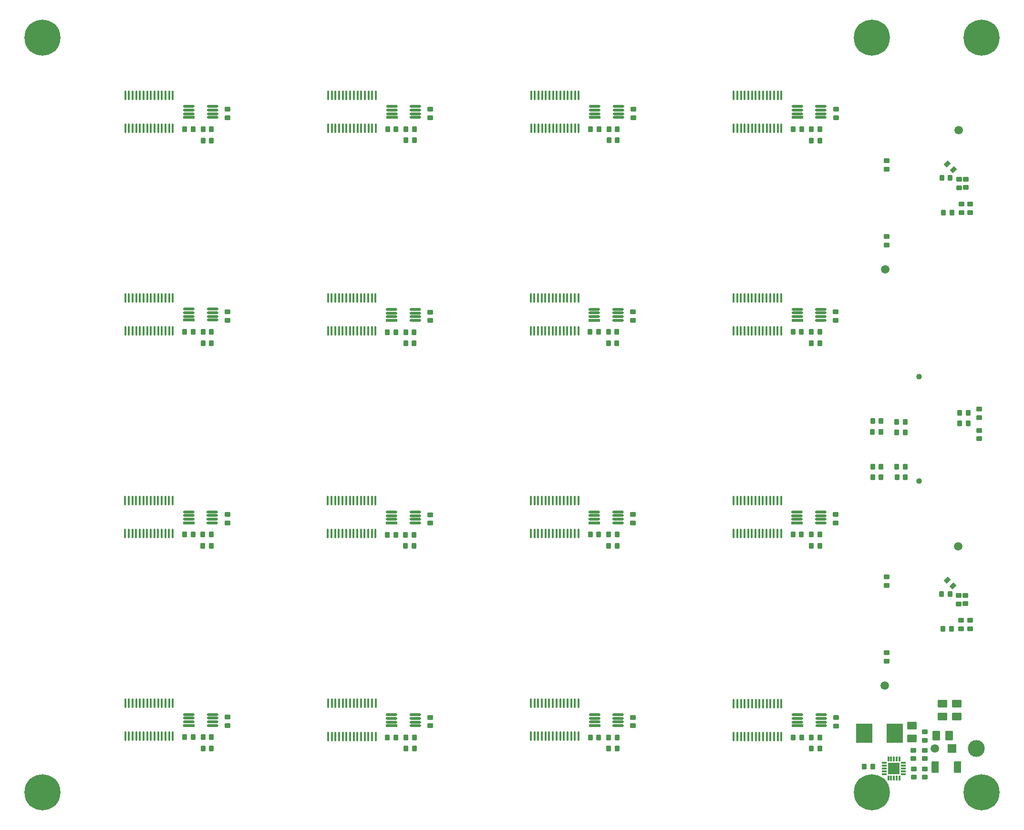
<source format=gbr>
G04*
G04 #@! TF.GenerationSoftware,Altium Limited,Altium Designer,25.0.2 (28)*
G04*
G04 Layer_Color=255*
%FSLAX25Y25*%
%MOIN*%
G70*
G04*
G04 #@! TF.SameCoordinates,7C83500D-BFB9-469C-A41D-0C693C3E1856*
G04*
G04*
G04 #@! TF.FilePolarity,Positive*
G04*
G01*
G75*
%ADD20R,0.11614X0.13780*%
G04:AMPARAMS|DCode=24|XSize=31.5mil|YSize=39.37mil|CornerRadius=3.94mil|HoleSize=0mil|Usage=FLASHONLY|Rotation=90.000|XOffset=0mil|YOffset=0mil|HoleType=Round|Shape=RoundedRectangle|*
%AMROUNDEDRECTD24*
21,1,0.03150,0.03150,0,0,90.0*
21,1,0.02362,0.03937,0,0,90.0*
1,1,0.00787,0.01575,0.01181*
1,1,0.00787,0.01575,-0.01181*
1,1,0.00787,-0.01575,-0.01181*
1,1,0.00787,-0.01575,0.01181*
%
%ADD24ROUNDEDRECTD24*%
G04:AMPARAMS|DCode=27|XSize=31.5mil|YSize=39.37mil|CornerRadius=3.94mil|HoleSize=0mil|Usage=FLASHONLY|Rotation=0.000|XOffset=0mil|YOffset=0mil|HoleType=Round|Shape=RoundedRectangle|*
%AMROUNDEDRECTD27*
21,1,0.03150,0.03150,0,0,0.0*
21,1,0.02362,0.03937,0,0,0.0*
1,1,0.00787,0.01181,-0.01575*
1,1,0.00787,-0.01181,-0.01575*
1,1,0.00787,-0.01181,0.01575*
1,1,0.00787,0.01181,0.01575*
%
%ADD27ROUNDEDRECTD27*%
G04:AMPARAMS|DCode=29|XSize=55.12mil|YSize=66.93mil|CornerRadius=6.89mil|HoleSize=0mil|Usage=FLASHONLY|Rotation=270.000|XOffset=0mil|YOffset=0mil|HoleType=Round|Shape=RoundedRectangle|*
%AMROUNDEDRECTD29*
21,1,0.05512,0.05315,0,0,270.0*
21,1,0.04134,0.06693,0,0,270.0*
1,1,0.01378,-0.02657,-0.02067*
1,1,0.01378,-0.02657,0.02067*
1,1,0.01378,0.02657,0.02067*
1,1,0.01378,0.02657,-0.02067*
%
%ADD29ROUNDEDRECTD29*%
G04:AMPARAMS|DCode=34|XSize=31.5mil|YSize=39.37mil|CornerRadius=3.94mil|HoleSize=0mil|Usage=FLASHONLY|Rotation=135.000|XOffset=0mil|YOffset=0mil|HoleType=Round|Shape=RoundedRectangle|*
%AMROUNDEDRECTD34*
21,1,0.03150,0.03150,0,0,135.0*
21,1,0.02362,0.03937,0,0,135.0*
1,1,0.00787,0.00278,0.01949*
1,1,0.00787,0.01949,0.00278*
1,1,0.00787,-0.00278,-0.01949*
1,1,0.00787,-0.01949,-0.00278*
%
%ADD34ROUNDEDRECTD34*%
%ADD68C,0.04016*%
%ADD69C,0.05906*%
%ADD70R,0.05984X0.05984*%
%ADD71C,0.05984*%
%ADD72C,0.11811*%
%ADD73C,0.25197*%
%ADD84R,0.03543X0.01181*%
%ADD85R,0.01181X0.03543*%
%ADD86R,0.08465X0.08465*%
G04:AMPARAMS|DCode=87|XSize=50mil|YSize=82.68mil|CornerRadius=6.25mil|HoleSize=0mil|Usage=FLASHONLY|Rotation=180.000|XOffset=0mil|YOffset=0mil|HoleType=Round|Shape=RoundedRectangle|*
%AMROUNDEDRECTD87*
21,1,0.05000,0.07018,0,0,180.0*
21,1,0.03750,0.08268,0,0,180.0*
1,1,0.01250,-0.01875,0.03509*
1,1,0.01250,0.01875,0.03509*
1,1,0.01250,0.01875,-0.03509*
1,1,0.01250,-0.01875,-0.03509*
%
%ADD87ROUNDEDRECTD87*%
G04:AMPARAMS|DCode=88|XSize=80.87mil|YSize=19.68mil|CornerRadius=9.84mil|HoleSize=0mil|Usage=FLASHONLY|Rotation=0.000|XOffset=0mil|YOffset=0mil|HoleType=Round|Shape=RoundedRectangle|*
%AMROUNDEDRECTD88*
21,1,0.08087,0.00000,0,0,0.0*
21,1,0.06119,0.01968,0,0,0.0*
1,1,0.01968,0.03059,0.00000*
1,1,0.01968,-0.03059,0.00000*
1,1,0.01968,-0.03059,0.00000*
1,1,0.01968,0.03059,0.00000*
%
%ADD88ROUNDEDRECTD88*%
%ADD89R,0.08087X0.01968*%
%ADD90O,0.01378X0.07284*%
G04:AMPARAMS|DCode=91|XSize=55.12mil|YSize=66.93mil|CornerRadius=6.89mil|HoleSize=0mil|Usage=FLASHONLY|Rotation=180.000|XOffset=0mil|YOffset=0mil|HoleType=Round|Shape=RoundedRectangle|*
%AMROUNDEDRECTD91*
21,1,0.05512,0.05315,0,0,180.0*
21,1,0.04134,0.06693,0,0,180.0*
1,1,0.01378,-0.02067,0.02657*
1,1,0.01378,0.02067,0.02657*
1,1,0.01378,0.02067,-0.02657*
1,1,0.01378,-0.02067,-0.02657*
%
%ADD91ROUNDEDRECTD91*%
D20*
X614751Y122918D02*
D03*
X636208Y122918D02*
D03*
D24*
X695081Y334692D02*
D03*
Y328787D02*
D03*
X695179Y343550D02*
D03*
Y349456D02*
D03*
X657151Y98099D02*
D03*
Y92193D02*
D03*
X649277Y98099D02*
D03*
Y92193D02*
D03*
X649168Y105177D02*
D03*
Y111083D02*
D03*
X656975Y117996D02*
D03*
Y123902D02*
D03*
X657103Y111083D02*
D03*
X657103Y105177D02*
D03*
X594977Y128085D02*
D03*
Y133991D02*
D03*
X453192Y128146D02*
D03*
Y134051D02*
D03*
X311463Y128113D02*
D03*
Y134019D02*
D03*
X169705Y128233D02*
D03*
Y134138D02*
D03*
X594827Y269884D02*
D03*
Y275789D02*
D03*
X453170Y269908D02*
D03*
Y275813D02*
D03*
X311315Y269792D02*
D03*
Y275697D02*
D03*
X169579Y269961D02*
D03*
Y275867D02*
D03*
X594849Y411618D02*
D03*
Y417524D02*
D03*
X453067Y411600D02*
D03*
Y417505D02*
D03*
X311352Y411477D02*
D03*
Y417382D02*
D03*
X169709Y411693D02*
D03*
Y417599D02*
D03*
X594972Y553347D02*
D03*
Y559252D02*
D03*
X453337Y553423D02*
D03*
Y559329D02*
D03*
X311530Y553416D02*
D03*
Y559321D02*
D03*
X682701Y492889D02*
D03*
Y486983D02*
D03*
X685752Y504503D02*
D03*
Y510408D02*
D03*
X680930Y504306D02*
D03*
Y510211D02*
D03*
X630536Y523302D02*
D03*
Y517396D02*
D03*
Y470152D02*
D03*
Y464247D02*
D03*
X688803Y492889D02*
D03*
Y486983D02*
D03*
X688582Y201870D02*
D03*
Y195965D02*
D03*
X682480Y201870D02*
D03*
Y195965D02*
D03*
X680709Y213287D02*
D03*
Y219193D02*
D03*
X685532Y213484D02*
D03*
Y219390D02*
D03*
X630315Y179134D02*
D03*
Y173228D02*
D03*
Y232283D02*
D03*
Y226378D02*
D03*
X169685Y553346D02*
D03*
Y559252D02*
D03*
D27*
X681359Y346913D02*
D03*
X687265D02*
D03*
X687274Y339709D02*
D03*
X681368D02*
D03*
X637459Y309270D02*
D03*
X643365D02*
D03*
X626378Y333645D02*
D03*
X620473D02*
D03*
X626477Y341127D02*
D03*
X620572D02*
D03*
X626521Y301943D02*
D03*
X620616Y301943D02*
D03*
X637503Y340501D02*
D03*
X643408Y340501D02*
D03*
X637558Y301890D02*
D03*
X643463D02*
D03*
X626522Y309327D02*
D03*
X620616D02*
D03*
X637404Y333117D02*
D03*
X643309D02*
D03*
X614681Y99625D02*
D03*
X620586Y99625D02*
D03*
X565055Y120015D02*
D03*
X570961D02*
D03*
X577851Y112141D02*
D03*
X583756D02*
D03*
X577851Y120015D02*
D03*
X583756D02*
D03*
X436066Y120075D02*
D03*
X441971D02*
D03*
X436066Y112201D02*
D03*
X441971D02*
D03*
X423271Y120075D02*
D03*
X429176D02*
D03*
X294337Y112168D02*
D03*
X300243D02*
D03*
X281542Y120042D02*
D03*
X287448D02*
D03*
X294337D02*
D03*
X300243D02*
D03*
X139783Y120162D02*
D03*
X145689D02*
D03*
X152579Y112288D02*
D03*
X158484D02*
D03*
X152579Y120162D02*
D03*
X158484D02*
D03*
X577701Y261813D02*
D03*
X583606D02*
D03*
X564906D02*
D03*
X570811D02*
D03*
X577701Y253939D02*
D03*
X583606D02*
D03*
X423249Y261837D02*
D03*
X429154D02*
D03*
X436044D02*
D03*
X441950D02*
D03*
X436044Y253963D02*
D03*
X441950D02*
D03*
X281394Y261721D02*
D03*
X287299D02*
D03*
X294189Y253847D02*
D03*
X300095D02*
D03*
X294189Y261721D02*
D03*
X300095D02*
D03*
X139658Y261890D02*
D03*
X145563D02*
D03*
X152453D02*
D03*
X158359D02*
D03*
X152453Y254016D02*
D03*
X158359D02*
D03*
X564928Y403547D02*
D03*
X570833D02*
D03*
X577723Y395673D02*
D03*
X583629D02*
D03*
X577723Y403547D02*
D03*
X583629D02*
D03*
X435941Y395655D02*
D03*
X441847D02*
D03*
X435941Y403529D02*
D03*
X441847D02*
D03*
X423146D02*
D03*
X429051D02*
D03*
X281431Y403406D02*
D03*
X287336D02*
D03*
X294226D02*
D03*
X300132D02*
D03*
X294226Y395532D02*
D03*
X300132D02*
D03*
X152583Y395748D02*
D03*
X158488D02*
D03*
X152583Y403622D02*
D03*
X158488D02*
D03*
X139787D02*
D03*
X145693D02*
D03*
X577846Y545276D02*
D03*
X583752D02*
D03*
X577846Y537402D02*
D03*
X583752D02*
D03*
X565051Y545276D02*
D03*
X570957D02*
D03*
X423416Y545352D02*
D03*
X429321D02*
D03*
X436211Y537478D02*
D03*
X442117D02*
D03*
X436211Y545352D02*
D03*
X442117D02*
D03*
X281609Y545345D02*
D03*
X287514D02*
D03*
X294404Y537471D02*
D03*
X300310D02*
D03*
X294404Y545345D02*
D03*
X300310D02*
D03*
X670005Y486983D02*
D03*
X675910D02*
D03*
X668922Y511392D02*
D03*
X674827D02*
D03*
X669783Y195965D02*
D03*
X675689D02*
D03*
X668701Y220374D02*
D03*
X674606D02*
D03*
X139764Y545276D02*
D03*
X145669D02*
D03*
X152559D02*
D03*
X158465D02*
D03*
X152559Y537402D02*
D03*
X158465D02*
D03*
D29*
X648117Y119402D02*
D03*
Y128402D02*
D03*
X669505Y143502D02*
D03*
Y134502D02*
D03*
X679348Y143502D02*
D03*
Y134502D02*
D03*
D34*
X672838Y521059D02*
D03*
X677014Y516883D02*
D03*
X672617Y230041D02*
D03*
X676793Y225865D02*
D03*
D68*
X653112Y372157D02*
D03*
Y299401D02*
D03*
D69*
X680614Y544477D02*
D03*
X629433Y447233D02*
D03*
X680315Y253445D02*
D03*
X629134Y156201D02*
D03*
D70*
X675906Y112205D02*
D03*
D71*
X664094D02*
D03*
D72*
X692913D02*
D03*
D73*
X40354Y81693D02*
D03*
X620079Y609252D02*
D03*
X40354D02*
D03*
X696850Y81693D02*
D03*
X620079D02*
D03*
X696850Y609252D02*
D03*
D84*
X642190Y102233D02*
D03*
X642190Y100264D02*
D03*
Y98295D02*
D03*
X642190Y96327D02*
D03*
Y94358D02*
D03*
X628804Y94358D02*
D03*
Y96327D02*
D03*
X628804Y98295D02*
D03*
X628804Y100264D02*
D03*
Y102233D02*
D03*
D85*
X639434Y91603D02*
D03*
X637466Y91603D02*
D03*
X635497Y91603D02*
D03*
X633529D02*
D03*
X631560D02*
D03*
X631560Y104988D02*
D03*
X633529D02*
D03*
X635497Y104988D02*
D03*
X637466Y104988D02*
D03*
X639434Y104988D02*
D03*
D86*
X635497Y98295D02*
D03*
D87*
X680059Y99409D02*
D03*
X664429D02*
D03*
D88*
X584545Y128184D02*
D03*
Y130743D02*
D03*
Y133302D02*
D03*
Y135861D02*
D03*
X568007D02*
D03*
Y133302D02*
D03*
Y130743D02*
D03*
X442760Y128244D02*
D03*
Y130803D02*
D03*
Y133362D02*
D03*
Y135921D02*
D03*
X426222D02*
D03*
Y133362D02*
D03*
Y130803D02*
D03*
X301032Y128211D02*
D03*
Y130771D02*
D03*
Y133330D02*
D03*
Y135889D02*
D03*
X284493D02*
D03*
Y133330D02*
D03*
Y130771D02*
D03*
X159273Y128331D02*
D03*
Y130890D02*
D03*
Y133449D02*
D03*
Y136008D02*
D03*
X142734D02*
D03*
Y133449D02*
D03*
Y130890D02*
D03*
X584395Y269982D02*
D03*
Y272541D02*
D03*
Y275100D02*
D03*
Y277660D02*
D03*
X567857D02*
D03*
Y275100D02*
D03*
Y272541D02*
D03*
X442739Y270006D02*
D03*
Y272565D02*
D03*
Y275124D02*
D03*
Y277683D02*
D03*
X426200D02*
D03*
Y275124D02*
D03*
Y272565D02*
D03*
X300884Y269890D02*
D03*
Y272449D02*
D03*
Y275008D02*
D03*
Y277567D02*
D03*
X284345D02*
D03*
Y275008D02*
D03*
Y272449D02*
D03*
X159148Y270059D02*
D03*
Y272619D02*
D03*
Y275178D02*
D03*
Y277737D02*
D03*
X142609D02*
D03*
Y275178D02*
D03*
Y272619D02*
D03*
X584418Y411717D02*
D03*
Y414276D02*
D03*
Y416835D02*
D03*
Y419394D02*
D03*
X567879D02*
D03*
Y416835D02*
D03*
Y414276D02*
D03*
X442636Y411698D02*
D03*
Y414257D02*
D03*
Y416816D02*
D03*
Y419375D02*
D03*
X426097D02*
D03*
Y416816D02*
D03*
Y414257D02*
D03*
X300921Y411575D02*
D03*
Y414134D02*
D03*
Y416693D02*
D03*
Y419252D02*
D03*
X284382D02*
D03*
Y416693D02*
D03*
Y414134D02*
D03*
X159277Y411792D02*
D03*
Y414351D02*
D03*
Y416910D02*
D03*
Y419469D02*
D03*
X142738D02*
D03*
Y416910D02*
D03*
Y414351D02*
D03*
X584541Y553445D02*
D03*
Y556004D02*
D03*
Y558563D02*
D03*
Y561122D02*
D03*
X568002D02*
D03*
Y558563D02*
D03*
Y556004D02*
D03*
X442906Y553522D02*
D03*
Y556081D02*
D03*
Y558640D02*
D03*
Y561199D02*
D03*
X426367D02*
D03*
Y558640D02*
D03*
Y556081D02*
D03*
X301099Y553514D02*
D03*
Y556073D02*
D03*
Y558632D02*
D03*
Y561192D02*
D03*
X284560D02*
D03*
Y558632D02*
D03*
Y556073D02*
D03*
X159254Y553445D02*
D03*
Y556004D02*
D03*
Y558563D02*
D03*
Y561122D02*
D03*
X142715D02*
D03*
Y558563D02*
D03*
Y556004D02*
D03*
D89*
X568007Y128184D02*
D03*
X426222Y128244D02*
D03*
X284493Y128211D02*
D03*
X142734Y128331D02*
D03*
X567857Y269982D02*
D03*
X426200Y270006D02*
D03*
X284345Y269890D02*
D03*
X142609Y270059D02*
D03*
X567879Y411717D02*
D03*
X426097Y411698D02*
D03*
X284382Y411575D02*
D03*
X142738Y411792D02*
D03*
X568002Y553445D02*
D03*
X426367Y553522D02*
D03*
X284560Y553514D02*
D03*
X142715Y553445D02*
D03*
D90*
X556793Y120735D02*
D03*
X554234D02*
D03*
X551675D02*
D03*
X549116D02*
D03*
X546557D02*
D03*
X543998D02*
D03*
X541439D02*
D03*
X538880D02*
D03*
X536321D02*
D03*
X533762D02*
D03*
X531203D02*
D03*
X528644D02*
D03*
X526085D02*
D03*
X523526D02*
D03*
X556793Y143766D02*
D03*
X554234D02*
D03*
X551675D02*
D03*
X549116D02*
D03*
X546557D02*
D03*
X543998D02*
D03*
X541439D02*
D03*
X538880D02*
D03*
X536321D02*
D03*
X533762D02*
D03*
X531203D02*
D03*
X528644D02*
D03*
X526085D02*
D03*
X523526D02*
D03*
X415008Y120795D02*
D03*
X412449D02*
D03*
X409890D02*
D03*
X407331D02*
D03*
X404772D02*
D03*
X402213D02*
D03*
X399654D02*
D03*
X397095D02*
D03*
X394536D02*
D03*
X391977D02*
D03*
X389418D02*
D03*
X386859D02*
D03*
X384300D02*
D03*
X381741D02*
D03*
X415008Y143826D02*
D03*
X412449D02*
D03*
X409890D02*
D03*
X407331D02*
D03*
X404772D02*
D03*
X402213D02*
D03*
X399654D02*
D03*
X397095D02*
D03*
X394536D02*
D03*
X391977D02*
D03*
X389418D02*
D03*
X386859D02*
D03*
X384300D02*
D03*
X381741D02*
D03*
X273280Y120763D02*
D03*
X270721D02*
D03*
X268162D02*
D03*
X265603D02*
D03*
X263044D02*
D03*
X260485D02*
D03*
X257926D02*
D03*
X255367D02*
D03*
X252808D02*
D03*
X250249D02*
D03*
X247690D02*
D03*
X245130D02*
D03*
X242571D02*
D03*
X240012D02*
D03*
X273280Y143794D02*
D03*
X270721D02*
D03*
X268162D02*
D03*
X265603D02*
D03*
X263044D02*
D03*
X260485D02*
D03*
X257926D02*
D03*
X255367D02*
D03*
X252808D02*
D03*
X250249D02*
D03*
X247690D02*
D03*
X245130D02*
D03*
X242571D02*
D03*
X240012D02*
D03*
X131521Y120882D02*
D03*
X128962D02*
D03*
X126403D02*
D03*
X123844D02*
D03*
X121285D02*
D03*
X118726D02*
D03*
X116167D02*
D03*
X113608D02*
D03*
X111049D02*
D03*
X108490D02*
D03*
X105931D02*
D03*
X103372D02*
D03*
X100813D02*
D03*
X98254D02*
D03*
X131521Y143914D02*
D03*
X128962D02*
D03*
X126403D02*
D03*
X123844D02*
D03*
X121285D02*
D03*
X118726D02*
D03*
X116167D02*
D03*
X113608D02*
D03*
X111049D02*
D03*
X108490D02*
D03*
X105931D02*
D03*
X103372D02*
D03*
X100813D02*
D03*
X98254D02*
D03*
X556643Y262533D02*
D03*
X554084D02*
D03*
X551525D02*
D03*
X548966D02*
D03*
X546407D02*
D03*
X543848D02*
D03*
X541289D02*
D03*
X538730D02*
D03*
X536171D02*
D03*
X533612D02*
D03*
X531053D02*
D03*
X528494D02*
D03*
X525935D02*
D03*
X523376D02*
D03*
X556643Y285565D02*
D03*
X554084D02*
D03*
X551525D02*
D03*
X548966D02*
D03*
X546407D02*
D03*
X543848D02*
D03*
X541289D02*
D03*
X538730D02*
D03*
X536171D02*
D03*
X533612D02*
D03*
X531053D02*
D03*
X528494D02*
D03*
X525935D02*
D03*
X523376D02*
D03*
X414987Y262557D02*
D03*
X412428D02*
D03*
X409869D02*
D03*
X407310D02*
D03*
X404751D02*
D03*
X402192D02*
D03*
X399633D02*
D03*
X397074D02*
D03*
X394514D02*
D03*
X391955D02*
D03*
X389396D02*
D03*
X386837D02*
D03*
X384278D02*
D03*
X381719D02*
D03*
X414987Y285589D02*
D03*
X412428D02*
D03*
X409869D02*
D03*
X407310D02*
D03*
X404751D02*
D03*
X402192D02*
D03*
X399633D02*
D03*
X397074D02*
D03*
X394514D02*
D03*
X391955D02*
D03*
X389396D02*
D03*
X386837D02*
D03*
X384278D02*
D03*
X381719D02*
D03*
X273132Y262441D02*
D03*
X270573D02*
D03*
X268014D02*
D03*
X265455D02*
D03*
X262895D02*
D03*
X260336D02*
D03*
X257777D02*
D03*
X255218D02*
D03*
X252659D02*
D03*
X250100D02*
D03*
X247541D02*
D03*
X244982D02*
D03*
X242423D02*
D03*
X239864D02*
D03*
X273132Y285472D02*
D03*
X270573D02*
D03*
X268014D02*
D03*
X265455D02*
D03*
X262895D02*
D03*
X260336D02*
D03*
X257777D02*
D03*
X255218D02*
D03*
X252659D02*
D03*
X250100D02*
D03*
X247541D02*
D03*
X244982D02*
D03*
X242423D02*
D03*
X239864D02*
D03*
X131396Y262611D02*
D03*
X128837D02*
D03*
X126277D02*
D03*
X123719D02*
D03*
X121159D02*
D03*
X118600D02*
D03*
X116041D02*
D03*
X113482D02*
D03*
X110923D02*
D03*
X108364D02*
D03*
X105805D02*
D03*
X103246D02*
D03*
X100687D02*
D03*
X98128D02*
D03*
X131396Y285642D02*
D03*
X128837D02*
D03*
X126277D02*
D03*
X123719D02*
D03*
X121159D02*
D03*
X118600D02*
D03*
X116041D02*
D03*
X113482D02*
D03*
X110923D02*
D03*
X108364D02*
D03*
X105805D02*
D03*
X103246D02*
D03*
X100687D02*
D03*
X98128D02*
D03*
X556666Y404268D02*
D03*
X554107D02*
D03*
X551547D02*
D03*
X548988D02*
D03*
X546429D02*
D03*
X543870D02*
D03*
X541311D02*
D03*
X538752D02*
D03*
X536193D02*
D03*
X533634D02*
D03*
X531075D02*
D03*
X528516D02*
D03*
X525957D02*
D03*
X523398D02*
D03*
X556666Y427299D02*
D03*
X554107D02*
D03*
X551547D02*
D03*
X548988D02*
D03*
X546429D02*
D03*
X543870D02*
D03*
X541311D02*
D03*
X538752D02*
D03*
X536193D02*
D03*
X533634D02*
D03*
X531075D02*
D03*
X528516D02*
D03*
X525957D02*
D03*
X523398D02*
D03*
X414884Y404249D02*
D03*
X412325D02*
D03*
X409766D02*
D03*
X407207D02*
D03*
X404648D02*
D03*
X402089D02*
D03*
X399530D02*
D03*
X396971D02*
D03*
X394411D02*
D03*
X391852D02*
D03*
X389293D02*
D03*
X386734D02*
D03*
X384175D02*
D03*
X381616D02*
D03*
X414884Y427281D02*
D03*
X412325D02*
D03*
X409766D02*
D03*
X407207D02*
D03*
X404648D02*
D03*
X402089D02*
D03*
X399530D02*
D03*
X396971D02*
D03*
X394411D02*
D03*
X391852D02*
D03*
X389293D02*
D03*
X386734D02*
D03*
X384175D02*
D03*
X381616D02*
D03*
X273169Y404126D02*
D03*
X270610D02*
D03*
X268051D02*
D03*
X265492D02*
D03*
X262932D02*
D03*
X260373D02*
D03*
X257814D02*
D03*
X255255D02*
D03*
X252696D02*
D03*
X250137D02*
D03*
X247578D02*
D03*
X245019D02*
D03*
X242460D02*
D03*
X239901D02*
D03*
X273169Y427158D02*
D03*
X270610D02*
D03*
X268051D02*
D03*
X265492D02*
D03*
X262932D02*
D03*
X260373D02*
D03*
X257814D02*
D03*
X255255D02*
D03*
X252696D02*
D03*
X250137D02*
D03*
X247578D02*
D03*
X245019D02*
D03*
X242460D02*
D03*
X239901D02*
D03*
X131525Y404343D02*
D03*
X128966D02*
D03*
X126407D02*
D03*
X123848D02*
D03*
X121289D02*
D03*
X118730D02*
D03*
X116171D02*
D03*
X113612D02*
D03*
X111053D02*
D03*
X108494D02*
D03*
X105935D02*
D03*
X103376D02*
D03*
X100817D02*
D03*
X98257D02*
D03*
X131525Y427374D02*
D03*
X128966D02*
D03*
X126407D02*
D03*
X123848D02*
D03*
X121289D02*
D03*
X118730D02*
D03*
X116171D02*
D03*
X113612D02*
D03*
X111053D02*
D03*
X108494D02*
D03*
X105935D02*
D03*
X103376D02*
D03*
X100817D02*
D03*
X98257D02*
D03*
X556789Y545996D02*
D03*
X554230D02*
D03*
X551671D02*
D03*
X549112D02*
D03*
X546553D02*
D03*
X543994D02*
D03*
X541435D02*
D03*
X538876D02*
D03*
X536317D02*
D03*
X533757D02*
D03*
X531199D02*
D03*
X528639D02*
D03*
X526080D02*
D03*
X523521D02*
D03*
X556789Y569028D02*
D03*
X554230D02*
D03*
X551671D02*
D03*
X549112D02*
D03*
X546553D02*
D03*
X543994D02*
D03*
X541435D02*
D03*
X538876D02*
D03*
X536317D02*
D03*
X533757D02*
D03*
X531199D02*
D03*
X528639D02*
D03*
X526080D02*
D03*
X523521D02*
D03*
X415154Y546073D02*
D03*
X412595D02*
D03*
X410036D02*
D03*
X407477D02*
D03*
X404918D02*
D03*
X402359D02*
D03*
X399800D02*
D03*
X397240D02*
D03*
X394682D02*
D03*
X392122D02*
D03*
X389563D02*
D03*
X387004D02*
D03*
X384445D02*
D03*
X381886D02*
D03*
X415154Y569104D02*
D03*
X412595D02*
D03*
X410036D02*
D03*
X407477D02*
D03*
X404918D02*
D03*
X402359D02*
D03*
X399800D02*
D03*
X397240D02*
D03*
X394682D02*
D03*
X392122D02*
D03*
X389563D02*
D03*
X387004D02*
D03*
X384445D02*
D03*
X381886D02*
D03*
X273347Y546065D02*
D03*
X270788D02*
D03*
X268229D02*
D03*
X265670D02*
D03*
X263111D02*
D03*
X260552D02*
D03*
X257993D02*
D03*
X255434D02*
D03*
X252874D02*
D03*
X250315D02*
D03*
X247756D02*
D03*
X245197D02*
D03*
X242638D02*
D03*
X240079D02*
D03*
X273347Y569097D02*
D03*
X270788D02*
D03*
X268229D02*
D03*
X265670D02*
D03*
X263111D02*
D03*
X260552D02*
D03*
X257993D02*
D03*
X255434D02*
D03*
X252874D02*
D03*
X250315D02*
D03*
X247756D02*
D03*
X245197D02*
D03*
X242638D02*
D03*
X240079D02*
D03*
X131502Y545996D02*
D03*
X128943D02*
D03*
X126384D02*
D03*
X123825D02*
D03*
X121265D02*
D03*
X118706D02*
D03*
X116147D02*
D03*
X113588D02*
D03*
X111029D02*
D03*
X108470D02*
D03*
X105911D02*
D03*
X103352D02*
D03*
X100793D02*
D03*
X98234D02*
D03*
X131502Y569028D02*
D03*
X128943D02*
D03*
X126384D02*
D03*
X123825D02*
D03*
X121265D02*
D03*
X118706D02*
D03*
X116147D02*
D03*
X113588D02*
D03*
X111029D02*
D03*
X108470D02*
D03*
X105911D02*
D03*
X103352D02*
D03*
X100793D02*
D03*
X98234D02*
D03*
D91*
X665160Y121270D02*
D03*
X674160D02*
D03*
M02*

</source>
